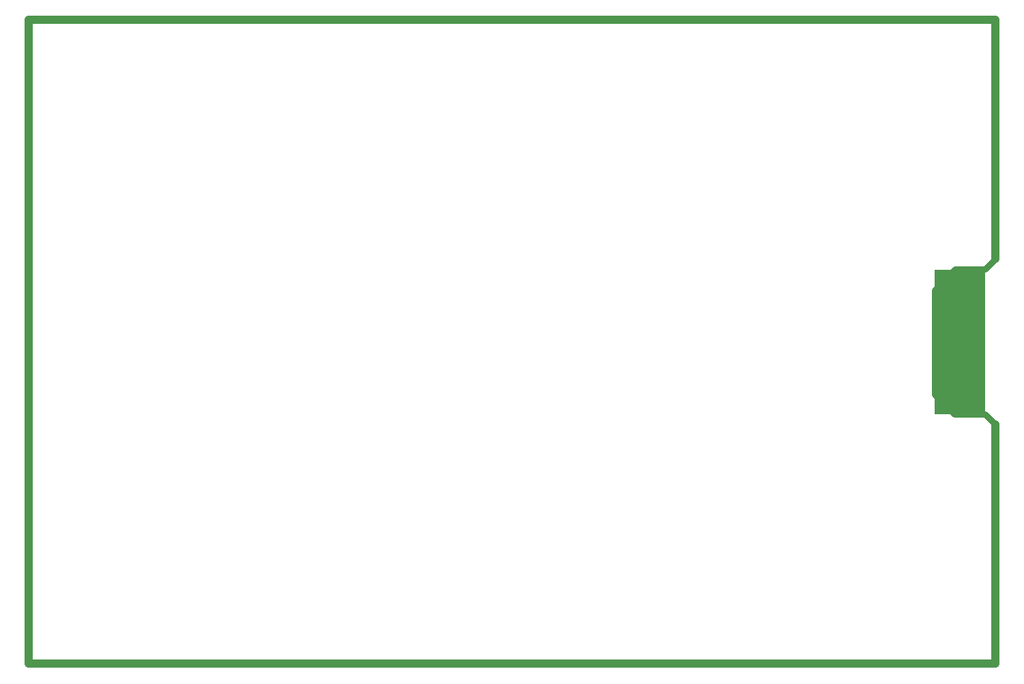
<source format=gko>
G04*
G04 #@! TF.GenerationSoftware,Altium Limited,Altium Designer,22.7.1 (60)*
G04*
G04 Layer_Color=16711935*
%FSLAX44Y44*%
%MOMM*%
G71*
G04*
G04 #@! TF.SameCoordinates,C135ED8F-C31E-46FA-BF74-57CE0E3476C4*
G04*
G04*
G04 #@! TF.FilePolarity,Positive*
G04*
G01*
G75*
%ADD88C,0.8000*%
%ADD99C,1.0000*%
%ADD100R,6.3000X18.0000*%
D88*
X1150400Y490000D02*
X1187230D01*
X1124500Y464100D02*
X1150400Y490000D01*
X1124500Y334730D02*
Y464100D01*
Y334730D02*
X1149230Y310000D01*
X1187330D01*
X1187230Y490000D02*
X1200150Y502920D01*
X1187330Y310000D02*
X1200150Y297180D01*
D99*
X0Y0D02*
Y800000D01*
Y0D02*
X1200000D01*
X1200150Y150D02*
Y297180D01*
Y502920D02*
Y799850D01*
X0Y800000D02*
X1200000D01*
D100*
X1156000Y400000D02*
D03*
D03*
M02*

</source>
